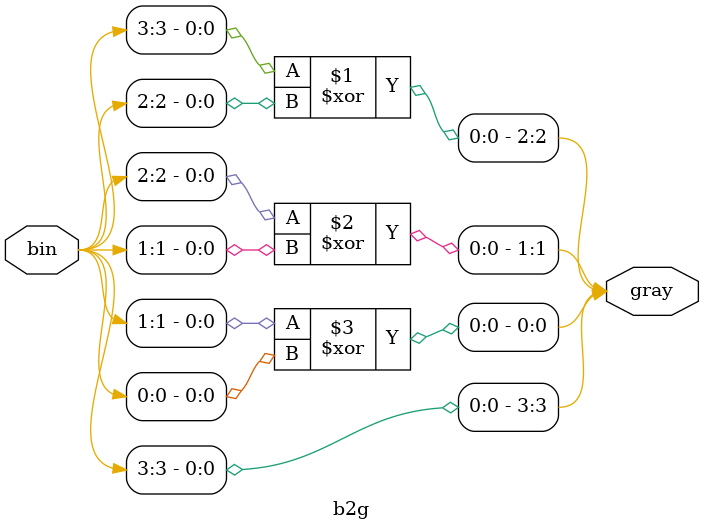
<source format=v>
`timescale 1ns / 1ps


module b2g(
    input [3:0] bin,
    output [3:0] gray
    );
    assign gray[3] = bin[3];
    assign gray[2] = bin[3] ^ bin[2];
    assign gray[1] = bin[2] ^ bin[1];
    assign gray[0] = bin[1] ^ bin[0];
endmodule

</source>
